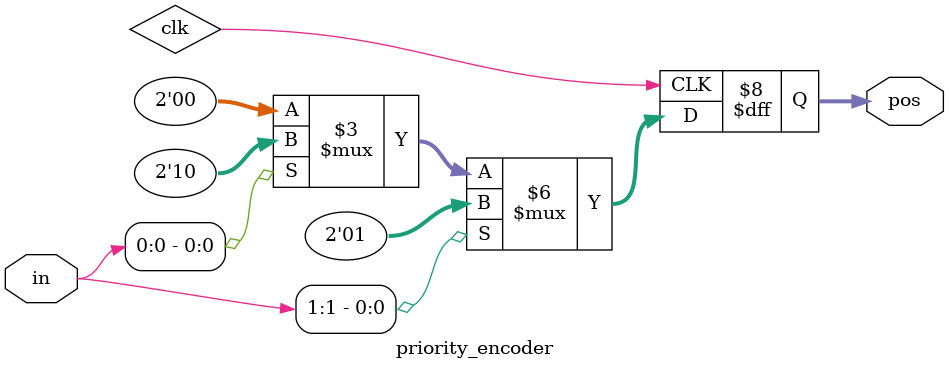
<source format=v>
module priority_encoder( 
input [2:0] in,
output reg [1:0] pos ); 
// When sel=1, assign b to out
// When sel=0, assign a to out
always @(posedge clk) begin
  if (in[1]) pos <= 1;
  else if (in[0]) pos <= 2;
  else pos <= 0;
end
endmodule

</source>
